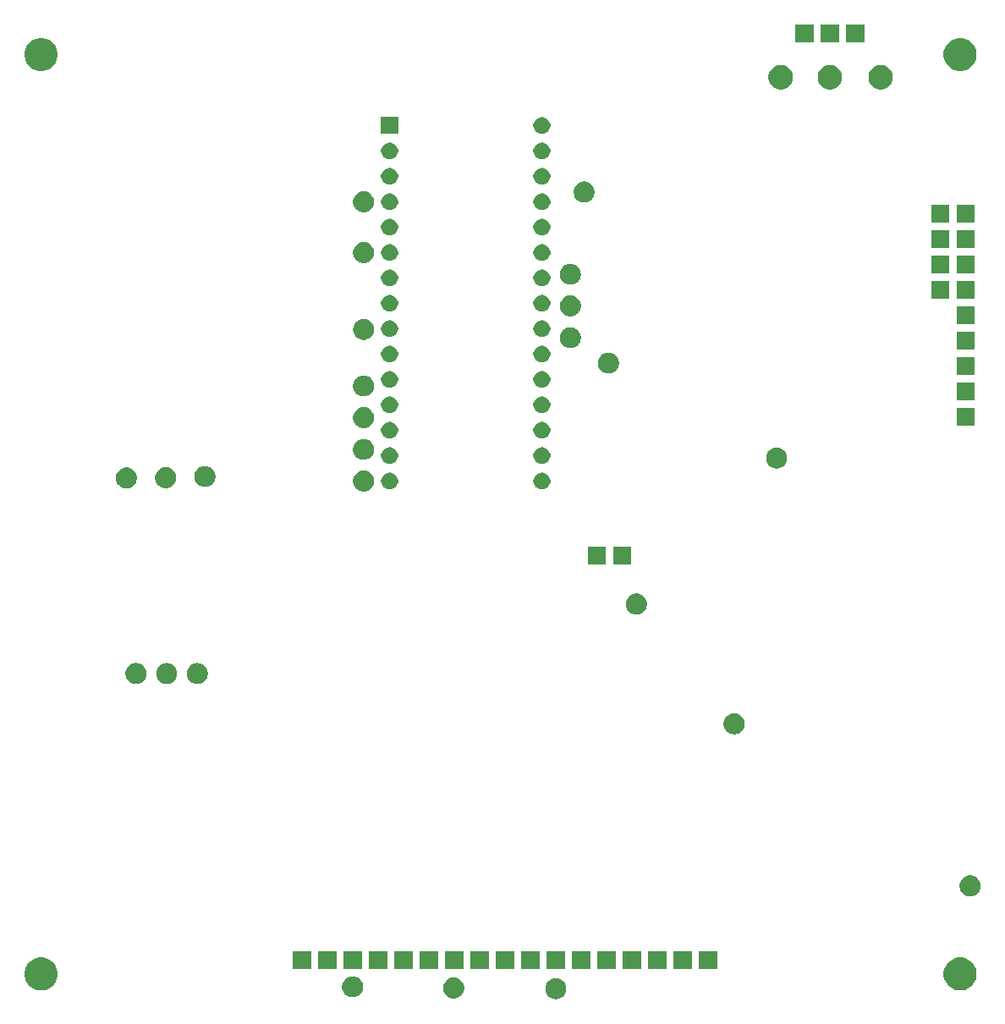
<source format=gbr>
G04 #@! TF.GenerationSoftware,KiCad,Pcbnew,(5.1.5)-3*
G04 #@! TF.CreationDate,2021-09-15T23:35:39+03:00*
G04 #@! TF.ProjectId,PowerPCB,506f7765-7250-4434-922e-6b696361645f,3 Under Design*
G04 #@! TF.SameCoordinates,PX6dac2c0PY8583b00*
G04 #@! TF.FileFunction,Soldermask,Bot*
G04 #@! TF.FilePolarity,Negative*
%FSLAX46Y46*%
G04 Gerber Fmt 4.6, Leading zero omitted, Abs format (unit mm)*
G04 Created by KiCad (PCBNEW (5.1.5)-3) date 2021-09-15 23:35:39*
%MOMM*%
%LPD*%
G04 APERTURE LIST*
%ADD10C,0.100000*%
G04 APERTURE END LIST*
D10*
G36*
X172714234Y3574844D02*
G01*
X172836068Y3550610D01*
X172966058Y3496766D01*
X173027335Y3471384D01*
X173199473Y3356365D01*
X173345865Y3209973D01*
X173460884Y3037835D01*
X173486266Y2976558D01*
X173540110Y2846568D01*
X173564344Y2724734D01*
X173580500Y2643514D01*
X173580500Y2436486D01*
X173575718Y2412448D01*
X173540110Y2233432D01*
X173487186Y2105665D01*
X173460884Y2042165D01*
X173460883Y2042164D01*
X173345866Y1870028D01*
X173199472Y1723634D01*
X173133420Y1679500D01*
X173027335Y1608616D01*
X172966058Y1583234D01*
X172836068Y1529390D01*
X172714234Y1505156D01*
X172633014Y1489000D01*
X172425986Y1489000D01*
X172344766Y1505156D01*
X172222932Y1529390D01*
X172092942Y1583234D01*
X172031665Y1608616D01*
X171925580Y1679500D01*
X171859528Y1723634D01*
X171713134Y1870028D01*
X171598117Y2042164D01*
X171598116Y2042165D01*
X171571814Y2105665D01*
X171518890Y2233432D01*
X171483282Y2412448D01*
X171478500Y2436486D01*
X171478500Y2643514D01*
X171494656Y2724734D01*
X171518890Y2846568D01*
X171572734Y2976558D01*
X171598116Y3037835D01*
X171713135Y3209973D01*
X171859527Y3356365D01*
X172031665Y3471384D01*
X172092942Y3496766D01*
X172222932Y3550610D01*
X172344766Y3574844D01*
X172425986Y3591000D01*
X172633014Y3591000D01*
X172714234Y3574844D01*
G37*
G36*
X162490734Y3638344D02*
G01*
X162612568Y3614110D01*
X162742558Y3560266D01*
X162803835Y3534884D01*
X162975973Y3419865D01*
X163122365Y3273473D01*
X163237384Y3101335D01*
X163262766Y3040058D01*
X163316610Y2910068D01*
X163357000Y2707012D01*
X163357000Y2499988D01*
X163316610Y2296932D01*
X163262766Y2166942D01*
X163237384Y2105665D01*
X163122365Y1933527D01*
X162975973Y1787135D01*
X162803835Y1672116D01*
X162742558Y1646734D01*
X162612568Y1592890D01*
X162490734Y1568656D01*
X162409514Y1552500D01*
X162202486Y1552500D01*
X162121266Y1568656D01*
X161999432Y1592890D01*
X161869442Y1646734D01*
X161808165Y1672116D01*
X161636027Y1787135D01*
X161489635Y1933527D01*
X161374616Y2105665D01*
X161349234Y2166942D01*
X161295390Y2296932D01*
X161255000Y2499988D01*
X161255000Y2707012D01*
X161295390Y2910068D01*
X161349234Y3040058D01*
X161374616Y3101335D01*
X161489635Y3273473D01*
X161636027Y3419865D01*
X161808165Y3534884D01*
X161869442Y3560266D01*
X161999432Y3614110D01*
X162121266Y3638344D01*
X162202486Y3654500D01*
X162409514Y3654500D01*
X162490734Y3638344D01*
G37*
G36*
X152381534Y3765344D02*
G01*
X152503368Y3741110D01*
X152633358Y3687266D01*
X152694635Y3661884D01*
X152766134Y3614110D01*
X152866772Y3546866D01*
X153013166Y3400472D01*
X153042637Y3356365D01*
X153128184Y3228335D01*
X153135790Y3209972D01*
X153207410Y3037068D01*
X153225216Y2947549D01*
X153245303Y2846568D01*
X153247800Y2834012D01*
X153247800Y2626988D01*
X153207410Y2423932D01*
X153154805Y2296935D01*
X153128184Y2232665D01*
X153013165Y2060527D01*
X152866773Y1914135D01*
X152694635Y1799116D01*
X152633358Y1773734D01*
X152503368Y1719890D01*
X152381534Y1695656D01*
X152300314Y1679500D01*
X152093286Y1679500D01*
X152012066Y1695656D01*
X151890232Y1719890D01*
X151760242Y1773734D01*
X151698965Y1799116D01*
X151526827Y1914135D01*
X151380435Y2060527D01*
X151265416Y2232665D01*
X151238795Y2296935D01*
X151186190Y2423932D01*
X151145800Y2626988D01*
X151145800Y2834012D01*
X151148298Y2846568D01*
X151168384Y2947549D01*
X151186190Y3037068D01*
X151257810Y3209972D01*
X151265416Y3228335D01*
X151350963Y3356365D01*
X151380434Y3400472D01*
X151526828Y3546866D01*
X151627466Y3614110D01*
X151698965Y3661884D01*
X151760242Y3687266D01*
X151890232Y3741110D01*
X152012066Y3765344D01*
X152093286Y3781500D01*
X152300314Y3781500D01*
X152381534Y3765344D01*
G37*
G36*
X121481579Y5587553D02*
G01*
X121782042Y5463097D01*
X122052451Y5282415D01*
X122282415Y5052451D01*
X122463097Y4782042D01*
X122587553Y4481579D01*
X122651000Y4162609D01*
X122651000Y3837391D01*
X122587553Y3518421D01*
X122463097Y3217958D01*
X122282415Y2947549D01*
X122052451Y2717585D01*
X121782042Y2536903D01*
X121481579Y2412447D01*
X121162609Y2349000D01*
X120837391Y2349000D01*
X120518421Y2412447D01*
X120217958Y2536903D01*
X119947549Y2717585D01*
X119717585Y2947549D01*
X119536903Y3217958D01*
X119412447Y3518421D01*
X119349000Y3837391D01*
X119349000Y4162609D01*
X119412447Y4481579D01*
X119536903Y4782042D01*
X119717585Y5052451D01*
X119947549Y5282415D01*
X120217958Y5463097D01*
X120518421Y5587553D01*
X120837391Y5651000D01*
X121162609Y5651000D01*
X121481579Y5587553D01*
G37*
G36*
X213481579Y5587553D02*
G01*
X213782042Y5463097D01*
X214052451Y5282415D01*
X214282415Y5052451D01*
X214463097Y4782042D01*
X214587553Y4481579D01*
X214651000Y4162609D01*
X214651000Y3837391D01*
X214587553Y3518421D01*
X214463097Y3217958D01*
X214282415Y2947549D01*
X214052451Y2717585D01*
X213782042Y2536903D01*
X213481579Y2412447D01*
X213162609Y2349000D01*
X212837391Y2349000D01*
X212518421Y2412447D01*
X212217958Y2536903D01*
X211947549Y2717585D01*
X211717585Y2947549D01*
X211536903Y3217958D01*
X211412447Y3518421D01*
X211349000Y3837391D01*
X211349000Y4162609D01*
X211412447Y4481579D01*
X211536903Y4782042D01*
X211717585Y5052451D01*
X211947549Y5282415D01*
X212217958Y5463097D01*
X212518421Y5587553D01*
X212837391Y5651000D01*
X213162609Y5651000D01*
X213481579Y5587553D01*
G37*
G36*
X150569000Y4479000D02*
G01*
X148767000Y4479000D01*
X148767000Y6281000D01*
X150569000Y6281000D01*
X150569000Y4479000D01*
G37*
G36*
X148029000Y4479000D02*
G01*
X146227000Y4479000D01*
X146227000Y6281000D01*
X148029000Y6281000D01*
X148029000Y4479000D01*
G37*
G36*
X183589000Y4479000D02*
G01*
X181787000Y4479000D01*
X181787000Y6281000D01*
X183589000Y6281000D01*
X183589000Y4479000D01*
G37*
G36*
X165809000Y4479000D02*
G01*
X164007000Y4479000D01*
X164007000Y6281000D01*
X165809000Y6281000D01*
X165809000Y4479000D01*
G37*
G36*
X160729000Y4479000D02*
G01*
X158927000Y4479000D01*
X158927000Y6281000D01*
X160729000Y6281000D01*
X160729000Y4479000D01*
G37*
G36*
X188669000Y4479000D02*
G01*
X186867000Y4479000D01*
X186867000Y6281000D01*
X188669000Y6281000D01*
X188669000Y4479000D01*
G37*
G36*
X155649000Y4479000D02*
G01*
X153847000Y4479000D01*
X153847000Y6281000D01*
X155649000Y6281000D01*
X155649000Y4479000D01*
G37*
G36*
X168349000Y4479000D02*
G01*
X166547000Y4479000D01*
X166547000Y6281000D01*
X168349000Y6281000D01*
X168349000Y4479000D01*
G37*
G36*
X186129000Y4479000D02*
G01*
X184327000Y4479000D01*
X184327000Y6281000D01*
X186129000Y6281000D01*
X186129000Y4479000D01*
G37*
G36*
X163269000Y4479000D02*
G01*
X161467000Y4479000D01*
X161467000Y6281000D01*
X163269000Y6281000D01*
X163269000Y4479000D01*
G37*
G36*
X158189000Y4479000D02*
G01*
X156387000Y4479000D01*
X156387000Y6281000D01*
X158189000Y6281000D01*
X158189000Y4479000D01*
G37*
G36*
X153109000Y4479000D02*
G01*
X151307000Y4479000D01*
X151307000Y6281000D01*
X153109000Y6281000D01*
X153109000Y4479000D01*
G37*
G36*
X181049000Y4479000D02*
G01*
X179247000Y4479000D01*
X179247000Y6281000D01*
X181049000Y6281000D01*
X181049000Y4479000D01*
G37*
G36*
X170889000Y4479000D02*
G01*
X169087000Y4479000D01*
X169087000Y6281000D01*
X170889000Y6281000D01*
X170889000Y4479000D01*
G37*
G36*
X173429000Y4479000D02*
G01*
X171627000Y4479000D01*
X171627000Y6281000D01*
X173429000Y6281000D01*
X173429000Y4479000D01*
G37*
G36*
X175969000Y4479000D02*
G01*
X174167000Y4479000D01*
X174167000Y6281000D01*
X175969000Y6281000D01*
X175969000Y4479000D01*
G37*
G36*
X178509000Y4479000D02*
G01*
X176707000Y4479000D01*
X176707000Y6281000D01*
X178509000Y6281000D01*
X178509000Y4479000D01*
G37*
G36*
X214179734Y13861844D02*
G01*
X214301568Y13837610D01*
X214431558Y13783766D01*
X214492835Y13758384D01*
X214664973Y13643365D01*
X214811365Y13496973D01*
X214926384Y13324835D01*
X214951766Y13263558D01*
X215005610Y13133568D01*
X215046000Y12930512D01*
X215046000Y12723488D01*
X215005610Y12520432D01*
X214951766Y12390442D01*
X214926384Y12329165D01*
X214811365Y12157027D01*
X214664973Y12010635D01*
X214492835Y11895616D01*
X214431558Y11870234D01*
X214301568Y11816390D01*
X214179734Y11792156D01*
X214098514Y11776000D01*
X213891486Y11776000D01*
X213810266Y11792156D01*
X213688432Y11816390D01*
X213558442Y11870234D01*
X213497165Y11895616D01*
X213325027Y12010635D01*
X213178635Y12157027D01*
X213063616Y12329165D01*
X213038234Y12390442D01*
X212984390Y12520432D01*
X212944000Y12723488D01*
X212944000Y12930512D01*
X212984390Y13133568D01*
X213038234Y13263558D01*
X213063616Y13324835D01*
X213178635Y13496973D01*
X213325027Y13643365D01*
X213497165Y13758384D01*
X213558442Y13783766D01*
X213688432Y13837610D01*
X213810266Y13861844D01*
X213891486Y13878000D01*
X214098514Y13878000D01*
X214179734Y13861844D01*
G37*
G36*
X190557734Y30067044D02*
G01*
X190679568Y30042810D01*
X190809558Y29988966D01*
X190870835Y29963584D01*
X191042973Y29848565D01*
X191189365Y29702173D01*
X191304384Y29530035D01*
X191329766Y29468758D01*
X191383610Y29338768D01*
X191424000Y29135712D01*
X191424000Y28928688D01*
X191383610Y28725632D01*
X191329766Y28595642D01*
X191304384Y28534365D01*
X191189365Y28362227D01*
X191042973Y28215835D01*
X190870835Y28100816D01*
X190809558Y28075434D01*
X190679568Y28021590D01*
X190557734Y27997356D01*
X190476514Y27981200D01*
X190269486Y27981200D01*
X190188266Y27997356D01*
X190066432Y28021590D01*
X189936442Y28075434D01*
X189875165Y28100816D01*
X189703027Y28215835D01*
X189556635Y28362227D01*
X189441616Y28534365D01*
X189416234Y28595642D01*
X189362390Y28725632D01*
X189322000Y28928688D01*
X189322000Y29135712D01*
X189362390Y29338768D01*
X189416234Y29468758D01*
X189441616Y29530035D01*
X189556635Y29702173D01*
X189703027Y29848565D01*
X189875165Y29963584D01*
X189936442Y29988966D01*
X190066432Y30042810D01*
X190188266Y30067044D01*
X190269486Y30083200D01*
X190476514Y30083200D01*
X190557734Y30067044D01*
G37*
G36*
X133761434Y35108044D02*
G01*
X133883268Y35083810D01*
X134013258Y35029966D01*
X134074535Y35004584D01*
X134246673Y34889565D01*
X134393065Y34743173D01*
X134508084Y34571035D01*
X134533466Y34509758D01*
X134587310Y34379768D01*
X134627700Y34176712D01*
X134627700Y33969688D01*
X134587310Y33766632D01*
X134533466Y33636642D01*
X134508084Y33575365D01*
X134393065Y33403227D01*
X134246673Y33256835D01*
X134074535Y33141816D01*
X134013258Y33116434D01*
X133883268Y33062590D01*
X133761434Y33038356D01*
X133680214Y33022200D01*
X133473186Y33022200D01*
X133391966Y33038356D01*
X133270132Y33062590D01*
X133140142Y33116434D01*
X133078865Y33141816D01*
X132906727Y33256835D01*
X132760335Y33403227D01*
X132645316Y33575365D01*
X132619934Y33636642D01*
X132566090Y33766632D01*
X132525700Y33969688D01*
X132525700Y34176712D01*
X132566090Y34379768D01*
X132619934Y34509758D01*
X132645316Y34571035D01*
X132760335Y34743173D01*
X132906727Y34889565D01*
X133078865Y35004584D01*
X133140142Y35029966D01*
X133270132Y35083810D01*
X133391966Y35108044D01*
X133473186Y35124200D01*
X133680214Y35124200D01*
X133761434Y35108044D01*
G37*
G36*
X130688034Y35108044D02*
G01*
X130809868Y35083810D01*
X130939858Y35029966D01*
X131001135Y35004584D01*
X131173273Y34889565D01*
X131319665Y34743173D01*
X131434684Y34571035D01*
X131460066Y34509758D01*
X131513910Y34379768D01*
X131554300Y34176712D01*
X131554300Y33969688D01*
X131513910Y33766632D01*
X131460066Y33636642D01*
X131434684Y33575365D01*
X131319665Y33403227D01*
X131173273Y33256835D01*
X131001135Y33141816D01*
X130939858Y33116434D01*
X130809868Y33062590D01*
X130688034Y33038356D01*
X130606814Y33022200D01*
X130399786Y33022200D01*
X130318566Y33038356D01*
X130196732Y33062590D01*
X130066742Y33116434D01*
X130005465Y33141816D01*
X129833327Y33256835D01*
X129686935Y33403227D01*
X129571916Y33575365D01*
X129546534Y33636642D01*
X129492690Y33766632D01*
X129452300Y33969688D01*
X129452300Y34176712D01*
X129492690Y34379768D01*
X129546534Y34509758D01*
X129571916Y34571035D01*
X129686935Y34743173D01*
X129833327Y34889565D01*
X130005465Y35004584D01*
X130066742Y35029966D01*
X130196732Y35083810D01*
X130318566Y35108044D01*
X130399786Y35124200D01*
X130606814Y35124200D01*
X130688034Y35108044D01*
G37*
G36*
X136834834Y35108044D02*
G01*
X136956668Y35083810D01*
X137086658Y35029966D01*
X137147935Y35004584D01*
X137320073Y34889565D01*
X137466465Y34743173D01*
X137581484Y34571035D01*
X137606866Y34509758D01*
X137660710Y34379768D01*
X137701100Y34176712D01*
X137701100Y33969688D01*
X137660710Y33766632D01*
X137606866Y33636642D01*
X137581484Y33575365D01*
X137466465Y33403227D01*
X137320073Y33256835D01*
X137147935Y33141816D01*
X137086658Y33116434D01*
X136956668Y33062590D01*
X136834834Y33038356D01*
X136753614Y33022200D01*
X136546586Y33022200D01*
X136465366Y33038356D01*
X136343532Y33062590D01*
X136213542Y33116434D01*
X136152265Y33141816D01*
X135980127Y33256835D01*
X135833735Y33403227D01*
X135718716Y33575365D01*
X135693334Y33636642D01*
X135639490Y33766632D01*
X135599100Y33969688D01*
X135599100Y34176712D01*
X135639490Y34379768D01*
X135693334Y34509758D01*
X135718716Y34571035D01*
X135833735Y34743173D01*
X135980127Y34889565D01*
X136152265Y35004584D01*
X136213542Y35029966D01*
X136343532Y35083810D01*
X136465366Y35108044D01*
X136546586Y35124200D01*
X136753614Y35124200D01*
X136834834Y35108044D01*
G37*
G36*
X180778734Y42055844D02*
G01*
X180900568Y42031610D01*
X181030558Y41977766D01*
X181091835Y41952384D01*
X181263973Y41837365D01*
X181410365Y41690973D01*
X181525384Y41518835D01*
X181550766Y41457558D01*
X181604610Y41327568D01*
X181645000Y41124512D01*
X181645000Y40917488D01*
X181604610Y40714432D01*
X181550766Y40584442D01*
X181525384Y40523165D01*
X181410365Y40351027D01*
X181263973Y40204635D01*
X181091835Y40089616D01*
X181030558Y40064234D01*
X180900568Y40010390D01*
X180778734Y39986156D01*
X180697514Y39970000D01*
X180490486Y39970000D01*
X180409266Y39986156D01*
X180287432Y40010390D01*
X180157442Y40064234D01*
X180096165Y40089616D01*
X179924027Y40204635D01*
X179777635Y40351027D01*
X179662616Y40523165D01*
X179637234Y40584442D01*
X179583390Y40714432D01*
X179543000Y40917488D01*
X179543000Y41124512D01*
X179583390Y41327568D01*
X179637234Y41457558D01*
X179662616Y41518835D01*
X179777635Y41690973D01*
X179924027Y41837365D01*
X180096165Y41952384D01*
X180157442Y41977766D01*
X180287432Y42031610D01*
X180409266Y42055844D01*
X180490486Y42072000D01*
X180697514Y42072000D01*
X180778734Y42055844D01*
G37*
G36*
X180072600Y44946000D02*
G01*
X178270600Y44946000D01*
X178270600Y46748000D01*
X180072600Y46748000D01*
X180072600Y44946000D01*
G37*
G36*
X177532600Y44946000D02*
G01*
X175730600Y44946000D01*
X175730600Y46748000D01*
X177532600Y46748000D01*
X177532600Y44946000D01*
G37*
G36*
X153474734Y54352744D02*
G01*
X153596568Y54328510D01*
X153726558Y54274666D01*
X153787835Y54249284D01*
X153787836Y54249283D01*
X153959972Y54134266D01*
X154106366Y53987872D01*
X154122271Y53964068D01*
X154221384Y53815735D01*
X154244050Y53761014D01*
X154300610Y53624468D01*
X154341000Y53421412D01*
X154341000Y53214388D01*
X154300610Y53011332D01*
X154246766Y52881342D01*
X154221384Y52820065D01*
X154221383Y52820064D01*
X154112352Y52656886D01*
X154106365Y52647927D01*
X153959973Y52501535D01*
X153787835Y52386516D01*
X153726558Y52361134D01*
X153596568Y52307290D01*
X153474734Y52283056D01*
X153393514Y52266900D01*
X153186486Y52266900D01*
X153105266Y52283056D01*
X152983432Y52307290D01*
X152853442Y52361134D01*
X152792165Y52386516D01*
X152620027Y52501535D01*
X152473635Y52647927D01*
X152467649Y52656886D01*
X152358617Y52820064D01*
X152358616Y52820065D01*
X152333234Y52881342D01*
X152279390Y53011332D01*
X152239000Y53214388D01*
X152239000Y53421412D01*
X152279390Y53624468D01*
X152335950Y53761014D01*
X152358616Y53815735D01*
X152457729Y53964068D01*
X152473634Y53987872D01*
X152620028Y54134266D01*
X152792164Y54249283D01*
X152792165Y54249284D01*
X152853442Y54274666D01*
X152983432Y54328510D01*
X153105266Y54352744D01*
X153186486Y54368900D01*
X153393514Y54368900D01*
X153474734Y54352744D01*
G37*
G36*
X171283081Y54155819D02*
G01*
X171381728Y54136197D01*
X171536600Y54072047D01*
X171675981Y53978915D01*
X171794515Y53860381D01*
X171887647Y53721000D01*
X171951797Y53566128D01*
X171969339Y53477935D01*
X171984500Y53401718D01*
X171984500Y53234082D01*
X171980582Y53214386D01*
X171951797Y53069672D01*
X171887647Y52914800D01*
X171794515Y52775419D01*
X171675981Y52656885D01*
X171536600Y52563753D01*
X171381728Y52499603D01*
X171283081Y52479981D01*
X171217318Y52466900D01*
X171049682Y52466900D01*
X170983919Y52479981D01*
X170885272Y52499603D01*
X170730400Y52563753D01*
X170591019Y52656885D01*
X170472485Y52775419D01*
X170379353Y52914800D01*
X170315203Y53069672D01*
X170286418Y53214386D01*
X170282500Y53234082D01*
X170282500Y53401718D01*
X170297661Y53477935D01*
X170315203Y53566128D01*
X170379353Y53721000D01*
X170472485Y53860381D01*
X170591019Y53978915D01*
X170730400Y54072047D01*
X170885272Y54136197D01*
X170983919Y54155819D01*
X171049682Y54168900D01*
X171217318Y54168900D01*
X171283081Y54155819D01*
G37*
G36*
X156043081Y54155819D02*
G01*
X156141728Y54136197D01*
X156296600Y54072047D01*
X156435981Y53978915D01*
X156554515Y53860381D01*
X156647647Y53721000D01*
X156711797Y53566128D01*
X156729339Y53477935D01*
X156744500Y53401718D01*
X156744500Y53234082D01*
X156740582Y53214386D01*
X156711797Y53069672D01*
X156647647Y52914800D01*
X156554515Y52775419D01*
X156435981Y52656885D01*
X156296600Y52563753D01*
X156141728Y52499603D01*
X156043081Y52479981D01*
X155977318Y52466900D01*
X155809682Y52466900D01*
X155743919Y52479981D01*
X155645272Y52499603D01*
X155490400Y52563753D01*
X155351019Y52656885D01*
X155232485Y52775419D01*
X155139353Y52914800D01*
X155075203Y53069672D01*
X155046418Y53214386D01*
X155042500Y53234082D01*
X155042500Y53401718D01*
X155057661Y53477935D01*
X155075203Y53566128D01*
X155139353Y53721000D01*
X155232485Y53860381D01*
X155351019Y53978915D01*
X155490400Y54072047D01*
X155645272Y54136197D01*
X155743919Y54155819D01*
X155809682Y54168900D01*
X155977318Y54168900D01*
X156043081Y54155819D01*
G37*
G36*
X129740234Y54670744D02*
G01*
X129862068Y54646510D01*
X129972263Y54600865D01*
X130053335Y54567284D01*
X130053336Y54567283D01*
X130222169Y54454473D01*
X130225473Y54452265D01*
X130371865Y54305873D01*
X130486884Y54133735D01*
X130504557Y54091068D01*
X130566110Y53942468D01*
X130606500Y53739412D01*
X130606500Y53532388D01*
X130566110Y53329332D01*
X130518498Y53214388D01*
X130486884Y53138065D01*
X130486883Y53138064D01*
X130371866Y52965928D01*
X130225472Y52819534D01*
X130139404Y52762026D01*
X130053335Y52704516D01*
X129992058Y52679134D01*
X129862068Y52625290D01*
X129767603Y52606500D01*
X129659014Y52584900D01*
X129451986Y52584900D01*
X129343397Y52606500D01*
X129248932Y52625290D01*
X129118942Y52679134D01*
X129057665Y52704516D01*
X128971596Y52762025D01*
X128885528Y52819534D01*
X128739134Y52965928D01*
X128624117Y53138064D01*
X128624116Y53138065D01*
X128592502Y53214388D01*
X128544890Y53329332D01*
X128504500Y53532388D01*
X128504500Y53739412D01*
X128544890Y53942468D01*
X128606443Y54091068D01*
X128624116Y54133735D01*
X128739135Y54305873D01*
X128885527Y54452265D01*
X128888832Y54454473D01*
X129057664Y54567283D01*
X129057665Y54567284D01*
X129138737Y54600865D01*
X129248932Y54646510D01*
X129370766Y54670744D01*
X129451986Y54686900D01*
X129659014Y54686900D01*
X129740234Y54670744D01*
G37*
G36*
X133650307Y54694617D02*
G01*
X133783568Y54668110D01*
X133910843Y54615390D01*
X133974835Y54588884D01*
X134007163Y54567283D01*
X134146972Y54473866D01*
X134293366Y54327472D01*
X134323525Y54282336D01*
X134408384Y54155335D01*
X134417331Y54133735D01*
X134487610Y53964068D01*
X134528000Y53761012D01*
X134528000Y53553988D01*
X134487610Y53350932D01*
X134439209Y53234084D01*
X134408384Y53159665D01*
X134378224Y53114528D01*
X134293366Y52987528D01*
X134146972Y52841134D01*
X134114645Y52819534D01*
X133974835Y52726116D01*
X133913558Y52700734D01*
X133783568Y52646890D01*
X133661734Y52622656D01*
X133580514Y52606500D01*
X133373486Y52606500D01*
X133292266Y52622656D01*
X133170432Y52646890D01*
X133040442Y52700734D01*
X132979165Y52726116D01*
X132839355Y52819534D01*
X132807028Y52841134D01*
X132660634Y52987528D01*
X132575776Y53114528D01*
X132545616Y53159665D01*
X132514791Y53234084D01*
X132466390Y53350932D01*
X132426000Y53553988D01*
X132426000Y53761012D01*
X132466390Y53964068D01*
X132536669Y54133735D01*
X132545616Y54155335D01*
X132630475Y54282336D01*
X132660634Y54327472D01*
X132807028Y54473866D01*
X132946837Y54567283D01*
X132979165Y54588884D01*
X133043157Y54615390D01*
X133170432Y54668110D01*
X133303693Y54694617D01*
X133373486Y54708500D01*
X133580514Y54708500D01*
X133650307Y54694617D01*
G37*
G36*
X137598734Y54819344D02*
G01*
X137720568Y54795110D01*
X137850558Y54741266D01*
X137911835Y54715884D01*
X137983334Y54668110D01*
X138083972Y54600866D01*
X138230366Y54454472D01*
X138287543Y54368900D01*
X138345384Y54282335D01*
X138359074Y54249284D01*
X138424610Y54091068D01*
X138465000Y53888012D01*
X138465000Y53680988D01*
X138424610Y53477932D01*
X138372005Y53350935D01*
X138345384Y53286665D01*
X138345383Y53286664D01*
X138230366Y53114528D01*
X138083972Y52968134D01*
X138004153Y52914801D01*
X137911835Y52853116D01*
X137850558Y52827734D01*
X137720568Y52773890D01*
X137598734Y52749656D01*
X137517514Y52733500D01*
X137310486Y52733500D01*
X137229266Y52749656D01*
X137107432Y52773890D01*
X136977442Y52827734D01*
X136916165Y52853116D01*
X136823847Y52914801D01*
X136744028Y52968134D01*
X136597634Y53114528D01*
X136482617Y53286664D01*
X136482616Y53286665D01*
X136455995Y53350935D01*
X136403390Y53477932D01*
X136363000Y53680988D01*
X136363000Y53888012D01*
X136403390Y54091068D01*
X136468926Y54249284D01*
X136482616Y54282335D01*
X136540457Y54368900D01*
X136597634Y54454472D01*
X136744028Y54600866D01*
X136844666Y54668110D01*
X136916165Y54715884D01*
X136977442Y54741266D01*
X137107432Y54795110D01*
X137229266Y54819344D01*
X137310486Y54835500D01*
X137517514Y54835500D01*
X137598734Y54819344D01*
G37*
G36*
X194812234Y56660844D02*
G01*
X194934068Y56636610D01*
X195064058Y56582766D01*
X195125335Y56557384D01*
X195297473Y56442365D01*
X195443865Y56295973D01*
X195558884Y56123835D01*
X195584266Y56062558D01*
X195638110Y55932568D01*
X195678500Y55729512D01*
X195678500Y55522488D01*
X195638110Y55319432D01*
X195587349Y55196886D01*
X195558884Y55128165D01*
X195443865Y54956027D01*
X195297473Y54809635D01*
X195125335Y54694616D01*
X195064058Y54669234D01*
X194934068Y54615390D01*
X194812234Y54591156D01*
X194731014Y54575000D01*
X194523986Y54575000D01*
X194442766Y54591156D01*
X194320932Y54615390D01*
X194190942Y54669234D01*
X194129665Y54694616D01*
X193957527Y54809635D01*
X193811135Y54956027D01*
X193696116Y55128165D01*
X193667651Y55196886D01*
X193616890Y55319432D01*
X193576500Y55522488D01*
X193576500Y55729512D01*
X193616890Y55932568D01*
X193670734Y56062558D01*
X193696116Y56123835D01*
X193811135Y56295973D01*
X193957527Y56442365D01*
X194129665Y56557384D01*
X194190942Y56582766D01*
X194320932Y56636610D01*
X194442766Y56660844D01*
X194523986Y56677000D01*
X194731014Y56677000D01*
X194812234Y56660844D01*
G37*
G36*
X171283081Y56695819D02*
G01*
X171381728Y56676197D01*
X171536600Y56612047D01*
X171675981Y56518915D01*
X171794515Y56400381D01*
X171887647Y56261000D01*
X171951797Y56106128D01*
X171984500Y55941716D01*
X171984500Y55774084D01*
X171951797Y55609672D01*
X171887647Y55454800D01*
X171794515Y55315419D01*
X171675981Y55196885D01*
X171536600Y55103753D01*
X171381728Y55039603D01*
X171283081Y55019981D01*
X171217318Y55006900D01*
X171049682Y55006900D01*
X170983919Y55019981D01*
X170885272Y55039603D01*
X170730400Y55103753D01*
X170591019Y55196885D01*
X170472485Y55315419D01*
X170379353Y55454800D01*
X170315203Y55609672D01*
X170282500Y55774084D01*
X170282500Y55941716D01*
X170315203Y56106128D01*
X170379353Y56261000D01*
X170472485Y56400381D01*
X170591019Y56518915D01*
X170730400Y56612047D01*
X170885272Y56676197D01*
X170983919Y56695819D01*
X171049682Y56708900D01*
X171217318Y56708900D01*
X171283081Y56695819D01*
G37*
G36*
X156043081Y56695819D02*
G01*
X156141728Y56676197D01*
X156296600Y56612047D01*
X156435981Y56518915D01*
X156554515Y56400381D01*
X156647647Y56261000D01*
X156711797Y56106128D01*
X156744500Y55941716D01*
X156744500Y55774084D01*
X156711797Y55609672D01*
X156647647Y55454800D01*
X156554515Y55315419D01*
X156435981Y55196885D01*
X156296600Y55103753D01*
X156141728Y55039603D01*
X156043081Y55019981D01*
X155977318Y55006900D01*
X155809682Y55006900D01*
X155743919Y55019981D01*
X155645272Y55039603D01*
X155490400Y55103753D01*
X155351019Y55196885D01*
X155232485Y55315419D01*
X155139353Y55454800D01*
X155075203Y55609672D01*
X155042500Y55774084D01*
X155042500Y55941716D01*
X155075203Y56106128D01*
X155139353Y56261000D01*
X155232485Y56400381D01*
X155351019Y56518915D01*
X155490400Y56612047D01*
X155645272Y56676197D01*
X155743919Y56695819D01*
X155809682Y56708900D01*
X155977318Y56708900D01*
X156043081Y56695819D01*
G37*
G36*
X153474734Y57527744D02*
G01*
X153596568Y57503510D01*
X153726558Y57449666D01*
X153787835Y57424284D01*
X153959973Y57309265D01*
X154106365Y57162873D01*
X154221384Y56990735D01*
X154246766Y56929458D01*
X154300610Y56799468D01*
X154318625Y56708900D01*
X154337891Y56612046D01*
X154341000Y56596412D01*
X154341000Y56389388D01*
X154300610Y56186332D01*
X154246766Y56056342D01*
X154221384Y55995065D01*
X154106365Y55822927D01*
X153959973Y55676535D01*
X153787835Y55561516D01*
X153726558Y55536134D01*
X153596568Y55482290D01*
X153474734Y55458056D01*
X153393514Y55441900D01*
X153186486Y55441900D01*
X153105266Y55458056D01*
X152983432Y55482290D01*
X152853442Y55536134D01*
X152792165Y55561516D01*
X152620027Y55676535D01*
X152473635Y55822927D01*
X152358616Y55995065D01*
X152333234Y56056342D01*
X152279390Y56186332D01*
X152239000Y56389388D01*
X152239000Y56596412D01*
X152242110Y56612046D01*
X152261375Y56708900D01*
X152279390Y56799468D01*
X152333234Y56929458D01*
X152358616Y56990735D01*
X152473635Y57162873D01*
X152620027Y57309265D01*
X152792165Y57424284D01*
X152853442Y57449666D01*
X152983432Y57503510D01*
X153105266Y57527744D01*
X153186486Y57543900D01*
X153393514Y57543900D01*
X153474734Y57527744D01*
G37*
G36*
X171283081Y59235819D02*
G01*
X171381728Y59216197D01*
X171536600Y59152047D01*
X171675981Y59058915D01*
X171794515Y58940381D01*
X171887647Y58801000D01*
X171951797Y58646128D01*
X171984500Y58481716D01*
X171984500Y58314084D01*
X171951797Y58149672D01*
X171887647Y57994800D01*
X171794515Y57855419D01*
X171675981Y57736885D01*
X171536600Y57643753D01*
X171381728Y57579603D01*
X171283081Y57559981D01*
X171217318Y57546900D01*
X171049682Y57546900D01*
X170983919Y57559981D01*
X170885272Y57579603D01*
X170730400Y57643753D01*
X170591019Y57736885D01*
X170472485Y57855419D01*
X170379353Y57994800D01*
X170315203Y58149672D01*
X170282500Y58314084D01*
X170282500Y58481716D01*
X170315203Y58646128D01*
X170379353Y58801000D01*
X170472485Y58940381D01*
X170591019Y59058915D01*
X170730400Y59152047D01*
X170885272Y59216197D01*
X170983919Y59235819D01*
X171049682Y59248900D01*
X171217318Y59248900D01*
X171283081Y59235819D01*
G37*
G36*
X156043081Y59235819D02*
G01*
X156141728Y59216197D01*
X156296600Y59152047D01*
X156435981Y59058915D01*
X156554515Y58940381D01*
X156647647Y58801000D01*
X156711797Y58646128D01*
X156744500Y58481716D01*
X156744500Y58314084D01*
X156711797Y58149672D01*
X156647647Y57994800D01*
X156554515Y57855419D01*
X156435981Y57736885D01*
X156296600Y57643753D01*
X156141728Y57579603D01*
X156043081Y57559981D01*
X155977318Y57546900D01*
X155809682Y57546900D01*
X155743919Y57559981D01*
X155645272Y57579603D01*
X155490400Y57643753D01*
X155351019Y57736885D01*
X155232485Y57855419D01*
X155139353Y57994800D01*
X155075203Y58149672D01*
X155042500Y58314084D01*
X155042500Y58481716D01*
X155075203Y58646128D01*
X155139353Y58801000D01*
X155232485Y58940381D01*
X155351019Y59058915D01*
X155490400Y59152047D01*
X155645272Y59216197D01*
X155743919Y59235819D01*
X155809682Y59248900D01*
X155977318Y59248900D01*
X156043081Y59235819D01*
G37*
G36*
X153474734Y60702744D02*
G01*
X153596568Y60678510D01*
X153726558Y60624666D01*
X153787835Y60599284D01*
X153959973Y60484265D01*
X154106365Y60337873D01*
X154221384Y60165735D01*
X154240492Y60119603D01*
X154300610Y59974468D01*
X154341000Y59771412D01*
X154341000Y59564388D01*
X154300610Y59361332D01*
X154254038Y59248900D01*
X154221384Y59170065D01*
X154106365Y58997927D01*
X153959973Y58851535D01*
X153787835Y58736516D01*
X153726558Y58711134D01*
X153596568Y58657290D01*
X153474734Y58633056D01*
X153393514Y58616900D01*
X153186486Y58616900D01*
X153105266Y58633056D01*
X152983432Y58657290D01*
X152853442Y58711134D01*
X152792165Y58736516D01*
X152620027Y58851535D01*
X152473635Y58997927D01*
X152358616Y59170065D01*
X152325962Y59248900D01*
X152279390Y59361332D01*
X152239000Y59564388D01*
X152239000Y59771412D01*
X152279390Y59974468D01*
X152339508Y60119603D01*
X152358616Y60165735D01*
X152473635Y60337873D01*
X152620027Y60484265D01*
X152792165Y60599284D01*
X152853442Y60624666D01*
X152983432Y60678510D01*
X153105266Y60702744D01*
X153186486Y60718900D01*
X153393514Y60718900D01*
X153474734Y60702744D01*
G37*
G36*
X214451500Y58852500D02*
G01*
X212649500Y58852500D01*
X212649500Y60654500D01*
X214451500Y60654500D01*
X214451500Y58852500D01*
G37*
G36*
X156043081Y61775819D02*
G01*
X156141728Y61756197D01*
X156296600Y61692047D01*
X156435981Y61598915D01*
X156554515Y61480381D01*
X156647647Y61341000D01*
X156711797Y61186128D01*
X156744500Y61021716D01*
X156744500Y60854084D01*
X156711797Y60689672D01*
X156647647Y60534800D01*
X156554515Y60395419D01*
X156435981Y60276885D01*
X156296600Y60183753D01*
X156141728Y60119603D01*
X156043081Y60099981D01*
X155977318Y60086900D01*
X155809682Y60086900D01*
X155743919Y60099981D01*
X155645272Y60119603D01*
X155490400Y60183753D01*
X155351019Y60276885D01*
X155232485Y60395419D01*
X155139353Y60534800D01*
X155075203Y60689672D01*
X155042500Y60854084D01*
X155042500Y61021716D01*
X155075203Y61186128D01*
X155139353Y61341000D01*
X155232485Y61480381D01*
X155351019Y61598915D01*
X155490400Y61692047D01*
X155645272Y61756197D01*
X155743919Y61775819D01*
X155809682Y61788900D01*
X155977318Y61788900D01*
X156043081Y61775819D01*
G37*
G36*
X171283081Y61775819D02*
G01*
X171381728Y61756197D01*
X171536600Y61692047D01*
X171675981Y61598915D01*
X171794515Y61480381D01*
X171887647Y61341000D01*
X171951797Y61186128D01*
X171984500Y61021716D01*
X171984500Y60854084D01*
X171951797Y60689672D01*
X171887647Y60534800D01*
X171794515Y60395419D01*
X171675981Y60276885D01*
X171536600Y60183753D01*
X171381728Y60119603D01*
X171283081Y60099981D01*
X171217318Y60086900D01*
X171049682Y60086900D01*
X170983919Y60099981D01*
X170885272Y60119603D01*
X170730400Y60183753D01*
X170591019Y60276885D01*
X170472485Y60395419D01*
X170379353Y60534800D01*
X170315203Y60689672D01*
X170282500Y60854084D01*
X170282500Y61021716D01*
X170315203Y61186128D01*
X170379353Y61341000D01*
X170472485Y61480381D01*
X170591019Y61598915D01*
X170730400Y61692047D01*
X170885272Y61756197D01*
X170983919Y61775819D01*
X171049682Y61788900D01*
X171217318Y61788900D01*
X171283081Y61775819D01*
G37*
G36*
X214451500Y61392500D02*
G01*
X212649500Y61392500D01*
X212649500Y63194500D01*
X214451500Y63194500D01*
X214451500Y61392500D01*
G37*
G36*
X153474734Y63877744D02*
G01*
X153596568Y63853510D01*
X153726558Y63799666D01*
X153787835Y63774284D01*
X153959973Y63659265D01*
X154106365Y63512873D01*
X154221384Y63340735D01*
X154246766Y63279458D01*
X154300610Y63149468D01*
X154315462Y63074801D01*
X154341000Y62946414D01*
X154341000Y62739386D01*
X154337890Y62723753D01*
X154300610Y62536332D01*
X154246766Y62406342D01*
X154221384Y62345065D01*
X154106365Y62172927D01*
X153959973Y62026535D01*
X153787835Y61911516D01*
X153726558Y61886134D01*
X153596568Y61832290D01*
X153474734Y61808056D01*
X153393514Y61791900D01*
X153186486Y61791900D01*
X153105266Y61808056D01*
X152983432Y61832290D01*
X152853442Y61886134D01*
X152792165Y61911516D01*
X152620027Y62026535D01*
X152473635Y62172927D01*
X152358616Y62345065D01*
X152333234Y62406342D01*
X152279390Y62536332D01*
X152242110Y62723753D01*
X152239000Y62739386D01*
X152239000Y62946414D01*
X152264538Y63074801D01*
X152279390Y63149468D01*
X152333234Y63279458D01*
X152358616Y63340735D01*
X152473635Y63512873D01*
X152620027Y63659265D01*
X152792165Y63774284D01*
X152853442Y63799666D01*
X152983432Y63853510D01*
X153105266Y63877744D01*
X153186486Y63893900D01*
X153393514Y63893900D01*
X153474734Y63877744D01*
G37*
G36*
X171283081Y64315819D02*
G01*
X171381728Y64296197D01*
X171536600Y64232047D01*
X171675981Y64138915D01*
X171794515Y64020381D01*
X171887647Y63881000D01*
X171951797Y63726128D01*
X171984500Y63561716D01*
X171984500Y63394084D01*
X171951797Y63229672D01*
X171887647Y63074800D01*
X171794515Y62935419D01*
X171675981Y62816885D01*
X171536600Y62723753D01*
X171381728Y62659603D01*
X171283081Y62639981D01*
X171217318Y62626900D01*
X171049682Y62626900D01*
X170983919Y62639981D01*
X170885272Y62659603D01*
X170730400Y62723753D01*
X170591019Y62816885D01*
X170472485Y62935419D01*
X170379353Y63074800D01*
X170315203Y63229672D01*
X170282500Y63394084D01*
X170282500Y63561716D01*
X170315203Y63726128D01*
X170379353Y63881000D01*
X170472485Y64020381D01*
X170591019Y64138915D01*
X170730400Y64232047D01*
X170885272Y64296197D01*
X170983919Y64315819D01*
X171049682Y64328900D01*
X171217318Y64328900D01*
X171283081Y64315819D01*
G37*
G36*
X156043081Y64315819D02*
G01*
X156141728Y64296197D01*
X156296600Y64232047D01*
X156435981Y64138915D01*
X156554515Y64020381D01*
X156647647Y63881000D01*
X156711797Y63726128D01*
X156744500Y63561716D01*
X156744500Y63394084D01*
X156711797Y63229672D01*
X156647647Y63074800D01*
X156554515Y62935419D01*
X156435981Y62816885D01*
X156296600Y62723753D01*
X156141728Y62659603D01*
X156043081Y62639981D01*
X155977318Y62626900D01*
X155809682Y62626900D01*
X155743919Y62639981D01*
X155645272Y62659603D01*
X155490400Y62723753D01*
X155351019Y62816885D01*
X155232485Y62935419D01*
X155139353Y63074800D01*
X155075203Y63229672D01*
X155042500Y63394084D01*
X155042500Y63561716D01*
X155075203Y63726128D01*
X155139353Y63881000D01*
X155232485Y64020381D01*
X155351019Y64138915D01*
X155490400Y64232047D01*
X155645272Y64296197D01*
X155743919Y64315819D01*
X155809682Y64328900D01*
X155977318Y64328900D01*
X156043081Y64315819D01*
G37*
G36*
X214451500Y63932500D02*
G01*
X212649500Y63932500D01*
X212649500Y65734500D01*
X214451500Y65734500D01*
X214451500Y63932500D01*
G37*
G36*
X177985734Y66151044D02*
G01*
X178107568Y66126810D01*
X178237558Y66072966D01*
X178298835Y66047584D01*
X178470973Y65932565D01*
X178617365Y65786173D01*
X178732384Y65614035D01*
X178757766Y65552758D01*
X178811610Y65422768D01*
X178852000Y65219712D01*
X178852000Y65012688D01*
X178811610Y64809632D01*
X178757766Y64679642D01*
X178732384Y64618365D01*
X178732383Y64618364D01*
X178617366Y64446228D01*
X178470972Y64299834D01*
X178384904Y64242326D01*
X178298835Y64184816D01*
X178237558Y64159434D01*
X178107568Y64105590D01*
X177985734Y64081356D01*
X177904514Y64065200D01*
X177697486Y64065200D01*
X177616266Y64081356D01*
X177494432Y64105590D01*
X177364442Y64159434D01*
X177303165Y64184816D01*
X177217096Y64242326D01*
X177131028Y64299834D01*
X176984634Y64446228D01*
X176869617Y64618364D01*
X176869616Y64618365D01*
X176844234Y64679642D01*
X176790390Y64809632D01*
X176750000Y65012688D01*
X176750000Y65219712D01*
X176790390Y65422768D01*
X176844234Y65552758D01*
X176869616Y65614035D01*
X176984635Y65786173D01*
X177131027Y65932565D01*
X177303165Y66047584D01*
X177364442Y66072966D01*
X177494432Y66126810D01*
X177616266Y66151044D01*
X177697486Y66167200D01*
X177904514Y66167200D01*
X177985734Y66151044D01*
G37*
G36*
X156043081Y66855819D02*
G01*
X156141728Y66836197D01*
X156296600Y66772047D01*
X156435981Y66678915D01*
X156554515Y66560381D01*
X156647647Y66421000D01*
X156711797Y66266128D01*
X156744500Y66101716D01*
X156744500Y65934084D01*
X156711797Y65769672D01*
X156647647Y65614800D01*
X156554515Y65475419D01*
X156435981Y65356885D01*
X156296600Y65263753D01*
X156141728Y65199603D01*
X156043081Y65179981D01*
X155977318Y65166900D01*
X155809682Y65166900D01*
X155743919Y65179981D01*
X155645272Y65199603D01*
X155490400Y65263753D01*
X155351019Y65356885D01*
X155232485Y65475419D01*
X155139353Y65614800D01*
X155075203Y65769672D01*
X155042500Y65934084D01*
X155042500Y66101716D01*
X155075203Y66266128D01*
X155139353Y66421000D01*
X155232485Y66560381D01*
X155351019Y66678915D01*
X155490400Y66772047D01*
X155645272Y66836197D01*
X155743919Y66855819D01*
X155809682Y66868900D01*
X155977318Y66868900D01*
X156043081Y66855819D01*
G37*
G36*
X171283081Y66855819D02*
G01*
X171381728Y66836197D01*
X171536600Y66772047D01*
X171675981Y66678915D01*
X171794515Y66560381D01*
X171887647Y66421000D01*
X171951797Y66266128D01*
X171984500Y66101716D01*
X171984500Y65934084D01*
X171951797Y65769672D01*
X171887647Y65614800D01*
X171794515Y65475419D01*
X171675981Y65356885D01*
X171536600Y65263753D01*
X171381728Y65199603D01*
X171283081Y65179981D01*
X171217318Y65166900D01*
X171049682Y65166900D01*
X170983919Y65179981D01*
X170885272Y65199603D01*
X170730400Y65263753D01*
X170591019Y65356885D01*
X170472485Y65475419D01*
X170379353Y65614800D01*
X170315203Y65769672D01*
X170282500Y65934084D01*
X170282500Y66101716D01*
X170315203Y66266128D01*
X170379353Y66421000D01*
X170472485Y66560381D01*
X170591019Y66678915D01*
X170730400Y66772047D01*
X170885272Y66836197D01*
X170983919Y66855819D01*
X171049682Y66868900D01*
X171217318Y66868900D01*
X171283081Y66855819D01*
G37*
G36*
X214451500Y66472500D02*
G01*
X212649500Y66472500D01*
X212649500Y68274500D01*
X214451500Y68274500D01*
X214451500Y66472500D01*
G37*
G36*
X174175734Y68703744D02*
G01*
X174297568Y68679510D01*
X174388809Y68641716D01*
X174488835Y68600284D01*
X174574904Y68542774D01*
X174660972Y68485266D01*
X174807366Y68338872D01*
X174850378Y68274500D01*
X174922384Y68166735D01*
X174947766Y68105458D01*
X175001610Y67975468D01*
X175017241Y67896886D01*
X175042000Y67772414D01*
X175042000Y67565386D01*
X175025844Y67484166D01*
X175001610Y67362332D01*
X174947766Y67232342D01*
X174922384Y67171065D01*
X174922383Y67171064D01*
X174807366Y66998928D01*
X174660972Y66852534D01*
X174574904Y66795025D01*
X174488835Y66737516D01*
X174427558Y66712134D01*
X174297568Y66658290D01*
X174175734Y66634056D01*
X174094514Y66617900D01*
X173887486Y66617900D01*
X173806266Y66634056D01*
X173684432Y66658290D01*
X173554442Y66712134D01*
X173493165Y66737516D01*
X173407096Y66795025D01*
X173321028Y66852534D01*
X173174634Y66998928D01*
X173059617Y67171064D01*
X173059616Y67171065D01*
X173034234Y67232342D01*
X172980390Y67362332D01*
X172956156Y67484166D01*
X172940000Y67565386D01*
X172940000Y67772414D01*
X172964759Y67896886D01*
X172980390Y67975468D01*
X173034234Y68105458D01*
X173059616Y68166735D01*
X173131622Y68274500D01*
X173174634Y68338872D01*
X173321028Y68485266D01*
X173407096Y68542774D01*
X173493165Y68600284D01*
X173593191Y68641716D01*
X173684432Y68679510D01*
X173806266Y68703744D01*
X173887486Y68719900D01*
X174094514Y68719900D01*
X174175734Y68703744D01*
G37*
G36*
X153474734Y69529244D02*
G01*
X153596568Y69505010D01*
X153726558Y69451166D01*
X153787835Y69425784D01*
X153862047Y69376197D01*
X153958055Y69312047D01*
X153959973Y69310765D01*
X154106365Y69164373D01*
X154221384Y68992235D01*
X154234322Y68961000D01*
X154300610Y68800968D01*
X154316735Y68719900D01*
X154341000Y68597914D01*
X154341000Y68390886D01*
X154324846Y68309675D01*
X154300610Y68187832D01*
X154286927Y68154800D01*
X154221384Y67996565D01*
X154106365Y67824427D01*
X153959973Y67678035D01*
X153787835Y67563016D01*
X153726558Y67537634D01*
X153596568Y67483790D01*
X153474734Y67459556D01*
X153393514Y67443400D01*
X153186486Y67443400D01*
X153105266Y67459556D01*
X152983432Y67483790D01*
X152853442Y67537634D01*
X152792165Y67563016D01*
X152620027Y67678035D01*
X152473635Y67824427D01*
X152358616Y67996565D01*
X152293073Y68154800D01*
X152279390Y68187832D01*
X152255154Y68309675D01*
X152239000Y68390886D01*
X152239000Y68597914D01*
X152263265Y68719900D01*
X152279390Y68800968D01*
X152345678Y68961000D01*
X152358616Y68992235D01*
X152473635Y69164373D01*
X152620027Y69310765D01*
X152621946Y69312047D01*
X152717953Y69376197D01*
X152792165Y69425784D01*
X152853442Y69451166D01*
X152983432Y69505010D01*
X153105266Y69529244D01*
X153186486Y69545400D01*
X153393514Y69545400D01*
X153474734Y69529244D01*
G37*
G36*
X171283081Y69395819D02*
G01*
X171381728Y69376197D01*
X171536600Y69312047D01*
X171675981Y69218915D01*
X171794515Y69100381D01*
X171887647Y68961000D01*
X171951797Y68806128D01*
X171971419Y68707481D01*
X171976983Y68679510D01*
X171984500Y68641716D01*
X171984500Y68474084D01*
X171951797Y68309672D01*
X171887647Y68154800D01*
X171794515Y68015419D01*
X171675981Y67896885D01*
X171536600Y67803753D01*
X171381728Y67739603D01*
X171283081Y67719981D01*
X171217318Y67706900D01*
X171049682Y67706900D01*
X170983919Y67719981D01*
X170885272Y67739603D01*
X170730400Y67803753D01*
X170591019Y67896885D01*
X170472485Y68015419D01*
X170379353Y68154800D01*
X170315203Y68309672D01*
X170282500Y68474084D01*
X170282500Y68641716D01*
X170290018Y68679510D01*
X170295581Y68707481D01*
X170315203Y68806128D01*
X170379353Y68961000D01*
X170472485Y69100381D01*
X170591019Y69218915D01*
X170730400Y69312047D01*
X170885272Y69376197D01*
X170983919Y69395819D01*
X171049682Y69408900D01*
X171217318Y69408900D01*
X171283081Y69395819D01*
G37*
G36*
X156043081Y69395819D02*
G01*
X156141728Y69376197D01*
X156296600Y69312047D01*
X156435981Y69218915D01*
X156554515Y69100381D01*
X156647647Y68961000D01*
X156711797Y68806128D01*
X156731419Y68707481D01*
X156736983Y68679510D01*
X156744500Y68641716D01*
X156744500Y68474084D01*
X156711797Y68309672D01*
X156647647Y68154800D01*
X156554515Y68015419D01*
X156435981Y67896885D01*
X156296600Y67803753D01*
X156141728Y67739603D01*
X156043081Y67719981D01*
X155977318Y67706900D01*
X155809682Y67706900D01*
X155743919Y67719981D01*
X155645272Y67739603D01*
X155490400Y67803753D01*
X155351019Y67896885D01*
X155232485Y68015419D01*
X155139353Y68154800D01*
X155075203Y68309672D01*
X155042500Y68474084D01*
X155042500Y68641716D01*
X155050018Y68679510D01*
X155055581Y68707481D01*
X155075203Y68806128D01*
X155139353Y68961000D01*
X155232485Y69100381D01*
X155351019Y69218915D01*
X155490400Y69312047D01*
X155645272Y69376197D01*
X155743919Y69395819D01*
X155809682Y69408900D01*
X155977318Y69408900D01*
X156043081Y69395819D01*
G37*
G36*
X214451500Y69012500D02*
G01*
X212649500Y69012500D01*
X212649500Y70814500D01*
X214451500Y70814500D01*
X214451500Y69012500D01*
G37*
G36*
X174175734Y71878744D02*
G01*
X174297568Y71854510D01*
X174427558Y71800666D01*
X174488835Y71775284D01*
X174488836Y71775283D01*
X174660972Y71660266D01*
X174807366Y71513872D01*
X174815967Y71500999D01*
X174922384Y71341735D01*
X174947766Y71280458D01*
X175001610Y71150468D01*
X175042000Y70947412D01*
X175042000Y70740388D01*
X175001610Y70537332D01*
X174960003Y70436886D01*
X174922384Y70346065D01*
X174807365Y70173927D01*
X174660973Y70027535D01*
X174488835Y69912516D01*
X174427558Y69887134D01*
X174297568Y69833290D01*
X174175734Y69809056D01*
X174094514Y69792900D01*
X173887486Y69792900D01*
X173806266Y69809056D01*
X173684432Y69833290D01*
X173554442Y69887134D01*
X173493165Y69912516D01*
X173321027Y70027535D01*
X173174635Y70173927D01*
X173059616Y70346065D01*
X173021997Y70436886D01*
X172980390Y70537332D01*
X172940000Y70740388D01*
X172940000Y70947412D01*
X172980390Y71150468D01*
X173034234Y71280458D01*
X173059616Y71341735D01*
X173166033Y71500999D01*
X173174634Y71513872D01*
X173321028Y71660266D01*
X173493164Y71775283D01*
X173493165Y71775284D01*
X173554442Y71800666D01*
X173684432Y71854510D01*
X173806266Y71878744D01*
X173887486Y71894900D01*
X174094514Y71894900D01*
X174175734Y71878744D01*
G37*
G36*
X171283081Y71935819D02*
G01*
X171381728Y71916197D01*
X171536600Y71852047D01*
X171675981Y71758915D01*
X171794515Y71640381D01*
X171887647Y71501000D01*
X171951797Y71346128D01*
X171984500Y71181716D01*
X171984500Y71014084D01*
X171951797Y70849672D01*
X171887647Y70694800D01*
X171794515Y70555419D01*
X171675981Y70436885D01*
X171536600Y70343753D01*
X171381728Y70279603D01*
X171283081Y70259981D01*
X171217318Y70246900D01*
X171049682Y70246900D01*
X170983919Y70259981D01*
X170885272Y70279603D01*
X170730400Y70343753D01*
X170591019Y70436885D01*
X170472485Y70555419D01*
X170379353Y70694800D01*
X170315203Y70849672D01*
X170282500Y71014084D01*
X170282500Y71181716D01*
X170315203Y71346128D01*
X170379353Y71501000D01*
X170472485Y71640381D01*
X170591019Y71758915D01*
X170730400Y71852047D01*
X170885272Y71916197D01*
X170983919Y71935819D01*
X171049682Y71948900D01*
X171217318Y71948900D01*
X171283081Y71935819D01*
G37*
G36*
X156043081Y71935819D02*
G01*
X156141728Y71916197D01*
X156296600Y71852047D01*
X156435981Y71758915D01*
X156554515Y71640381D01*
X156647647Y71501000D01*
X156711797Y71346128D01*
X156744500Y71181716D01*
X156744500Y71014084D01*
X156711797Y70849672D01*
X156647647Y70694800D01*
X156554515Y70555419D01*
X156435981Y70436885D01*
X156296600Y70343753D01*
X156141728Y70279603D01*
X156043081Y70259981D01*
X155977318Y70246900D01*
X155809682Y70246900D01*
X155743919Y70259981D01*
X155645272Y70279603D01*
X155490400Y70343753D01*
X155351019Y70436885D01*
X155232485Y70555419D01*
X155139353Y70694800D01*
X155075203Y70849672D01*
X155042500Y71014084D01*
X155042500Y71181716D01*
X155075203Y71346128D01*
X155139353Y71501000D01*
X155232485Y71640381D01*
X155351019Y71758915D01*
X155490400Y71852047D01*
X155645272Y71916197D01*
X155743919Y71935819D01*
X155809682Y71948900D01*
X155977318Y71948900D01*
X156043081Y71935819D01*
G37*
G36*
X211911500Y71552500D02*
G01*
X210109500Y71552500D01*
X210109500Y73354500D01*
X211911500Y73354500D01*
X211911500Y71552500D01*
G37*
G36*
X214451500Y71552500D02*
G01*
X212649500Y71552500D01*
X212649500Y73354500D01*
X214451500Y73354500D01*
X214451500Y71552500D01*
G37*
G36*
X171283081Y74475819D02*
G01*
X171381728Y74456197D01*
X171536600Y74392047D01*
X171675981Y74298915D01*
X171794515Y74180381D01*
X171887647Y74041000D01*
X171951797Y73886128D01*
X171984500Y73721716D01*
X171984500Y73554084D01*
X171951797Y73389672D01*
X171887647Y73234800D01*
X171794515Y73095419D01*
X171675981Y72976885D01*
X171536600Y72883753D01*
X171381728Y72819603D01*
X171283081Y72799981D01*
X171217318Y72786900D01*
X171049682Y72786900D01*
X170983919Y72799981D01*
X170885272Y72819603D01*
X170730400Y72883753D01*
X170591019Y72976885D01*
X170472485Y73095419D01*
X170379353Y73234800D01*
X170315203Y73389672D01*
X170282500Y73554084D01*
X170282500Y73721716D01*
X170315203Y73886128D01*
X170379353Y74041000D01*
X170472485Y74180381D01*
X170591019Y74298915D01*
X170730400Y74392047D01*
X170885272Y74456197D01*
X170983919Y74475819D01*
X171049682Y74488900D01*
X171217318Y74488900D01*
X171283081Y74475819D01*
G37*
G36*
X156043081Y74475819D02*
G01*
X156141728Y74456197D01*
X156296600Y74392047D01*
X156435981Y74298915D01*
X156554515Y74180381D01*
X156647647Y74041000D01*
X156711797Y73886128D01*
X156744500Y73721716D01*
X156744500Y73554084D01*
X156711797Y73389672D01*
X156647647Y73234800D01*
X156554515Y73095419D01*
X156435981Y72976885D01*
X156296600Y72883753D01*
X156141728Y72819603D01*
X156043081Y72799981D01*
X155977318Y72786900D01*
X155809682Y72786900D01*
X155743919Y72799981D01*
X155645272Y72819603D01*
X155490400Y72883753D01*
X155351019Y72976885D01*
X155232485Y73095419D01*
X155139353Y73234800D01*
X155075203Y73389672D01*
X155042500Y73554084D01*
X155042500Y73721716D01*
X155075203Y73886128D01*
X155139353Y74041000D01*
X155232485Y74180381D01*
X155351019Y74298915D01*
X155490400Y74392047D01*
X155645272Y74456197D01*
X155743919Y74475819D01*
X155809682Y74488900D01*
X155977318Y74488900D01*
X156043081Y74475819D01*
G37*
G36*
X174175734Y75053744D02*
G01*
X174297568Y75029510D01*
X174427558Y74975666D01*
X174488835Y74950284D01*
X174660973Y74835265D01*
X174807365Y74688873D01*
X174922384Y74516735D01*
X174947459Y74456197D01*
X175001610Y74325468D01*
X175025844Y74203634D01*
X175042000Y74122414D01*
X175042000Y73915386D01*
X175025844Y73834166D01*
X175001610Y73712332D01*
X174947766Y73582342D01*
X174922384Y73521065D01*
X174807365Y73348927D01*
X174660973Y73202535D01*
X174488835Y73087516D01*
X174427558Y73062134D01*
X174297568Y73008290D01*
X174175734Y72984056D01*
X174094514Y72967900D01*
X173887486Y72967900D01*
X173806266Y72984056D01*
X173684432Y73008290D01*
X173554442Y73062134D01*
X173493165Y73087516D01*
X173321027Y73202535D01*
X173174635Y73348927D01*
X173059616Y73521065D01*
X173034234Y73582342D01*
X172980390Y73712332D01*
X172956156Y73834166D01*
X172940000Y73915386D01*
X172940000Y74122414D01*
X172956156Y74203634D01*
X172980390Y74325468D01*
X173034541Y74456197D01*
X173059616Y74516735D01*
X173174635Y74688873D01*
X173321027Y74835265D01*
X173493165Y74950284D01*
X173554442Y74975666D01*
X173684432Y75029510D01*
X173806266Y75053744D01*
X173887486Y75069900D01*
X174094514Y75069900D01*
X174175734Y75053744D01*
G37*
G36*
X214451500Y74092500D02*
G01*
X212649500Y74092500D01*
X212649500Y75894500D01*
X214451500Y75894500D01*
X214451500Y74092500D01*
G37*
G36*
X211911500Y74092500D02*
G01*
X210109500Y74092500D01*
X210109500Y75894500D01*
X211911500Y75894500D01*
X211911500Y74092500D01*
G37*
G36*
X153474734Y77212744D02*
G01*
X153596568Y77188510D01*
X153726558Y77134666D01*
X153787835Y77109284D01*
X153787836Y77109283D01*
X153959972Y76994266D01*
X154106366Y76847872D01*
X154163875Y76761804D01*
X154221384Y76675735D01*
X154239292Y76632500D01*
X154300610Y76484468D01*
X154341000Y76281412D01*
X154341000Y76074388D01*
X154300610Y75871332D01*
X154246766Y75741342D01*
X154221384Y75680065D01*
X154221383Y75680064D01*
X154112352Y75516886D01*
X154106365Y75507927D01*
X153959973Y75361535D01*
X153787835Y75246516D01*
X153726558Y75221134D01*
X153596568Y75167290D01*
X153474734Y75143056D01*
X153393514Y75126900D01*
X153186486Y75126900D01*
X153105266Y75143056D01*
X152983432Y75167290D01*
X152853442Y75221134D01*
X152792165Y75246516D01*
X152620027Y75361535D01*
X152473635Y75507927D01*
X152467649Y75516886D01*
X152358617Y75680064D01*
X152358616Y75680065D01*
X152333234Y75741342D01*
X152279390Y75871332D01*
X152239000Y76074388D01*
X152239000Y76281412D01*
X152279390Y76484468D01*
X152340708Y76632500D01*
X152358616Y76675735D01*
X152416126Y76761804D01*
X152473634Y76847872D01*
X152620028Y76994266D01*
X152792164Y77109283D01*
X152792165Y77109284D01*
X152853442Y77134666D01*
X152983432Y77188510D01*
X153105266Y77212744D01*
X153186486Y77228900D01*
X153393514Y77228900D01*
X153474734Y77212744D01*
G37*
G36*
X156043081Y77015819D02*
G01*
X156141728Y76996197D01*
X156296600Y76932047D01*
X156435981Y76838915D01*
X156554515Y76720381D01*
X156647647Y76581000D01*
X156711797Y76426128D01*
X156731419Y76327481D01*
X156744500Y76261718D01*
X156744500Y76094082D01*
X156740582Y76074386D01*
X156711797Y75929672D01*
X156647647Y75774800D01*
X156554515Y75635419D01*
X156435981Y75516885D01*
X156296600Y75423753D01*
X156141728Y75359603D01*
X156043081Y75339981D01*
X155977318Y75326900D01*
X155809682Y75326900D01*
X155743919Y75339981D01*
X155645272Y75359603D01*
X155490400Y75423753D01*
X155351019Y75516885D01*
X155232485Y75635419D01*
X155139353Y75774800D01*
X155075203Y75929672D01*
X155046418Y76074386D01*
X155042500Y76094082D01*
X155042500Y76261718D01*
X155055581Y76327481D01*
X155075203Y76426128D01*
X155139353Y76581000D01*
X155232485Y76720381D01*
X155351019Y76838915D01*
X155490400Y76932047D01*
X155645272Y76996197D01*
X155743919Y77015819D01*
X155809682Y77028900D01*
X155977318Y77028900D01*
X156043081Y77015819D01*
G37*
G36*
X171283081Y77015819D02*
G01*
X171381728Y76996197D01*
X171536600Y76932047D01*
X171675981Y76838915D01*
X171794515Y76720381D01*
X171887647Y76581000D01*
X171951797Y76426128D01*
X171971419Y76327481D01*
X171984500Y76261718D01*
X171984500Y76094082D01*
X171980582Y76074386D01*
X171951797Y75929672D01*
X171887647Y75774800D01*
X171794515Y75635419D01*
X171675981Y75516885D01*
X171536600Y75423753D01*
X171381728Y75359603D01*
X171283081Y75339981D01*
X171217318Y75326900D01*
X171049682Y75326900D01*
X170983919Y75339981D01*
X170885272Y75359603D01*
X170730400Y75423753D01*
X170591019Y75516885D01*
X170472485Y75635419D01*
X170379353Y75774800D01*
X170315203Y75929672D01*
X170286418Y76074386D01*
X170282500Y76094082D01*
X170282500Y76261718D01*
X170295581Y76327481D01*
X170315203Y76426128D01*
X170379353Y76581000D01*
X170472485Y76720381D01*
X170591019Y76838915D01*
X170730400Y76932047D01*
X170885272Y76996197D01*
X170983919Y77015819D01*
X171049682Y77028900D01*
X171217318Y77028900D01*
X171283081Y77015819D01*
G37*
G36*
X214451500Y76632500D02*
G01*
X212649500Y76632500D01*
X212649500Y78434500D01*
X214451500Y78434500D01*
X214451500Y76632500D01*
G37*
G36*
X211911500Y76632500D02*
G01*
X210109500Y76632500D01*
X210109500Y78434500D01*
X211911500Y78434500D01*
X211911500Y76632500D01*
G37*
G36*
X171283081Y79555819D02*
G01*
X171381728Y79536197D01*
X171536600Y79472047D01*
X171675981Y79378915D01*
X171794515Y79260381D01*
X171887647Y79121000D01*
X171951797Y78966128D01*
X171984500Y78801716D01*
X171984500Y78634084D01*
X171951797Y78469672D01*
X171887647Y78314800D01*
X171794515Y78175419D01*
X171675981Y78056885D01*
X171536600Y77963753D01*
X171381728Y77899603D01*
X171283081Y77879981D01*
X171217318Y77866900D01*
X171049682Y77866900D01*
X170983919Y77879981D01*
X170885272Y77899603D01*
X170730400Y77963753D01*
X170591019Y78056885D01*
X170472485Y78175419D01*
X170379353Y78314800D01*
X170315203Y78469672D01*
X170282500Y78634084D01*
X170282500Y78801716D01*
X170315203Y78966128D01*
X170379353Y79121000D01*
X170472485Y79260381D01*
X170591019Y79378915D01*
X170730400Y79472047D01*
X170885272Y79536197D01*
X170983919Y79555819D01*
X171049682Y79568900D01*
X171217318Y79568900D01*
X171283081Y79555819D01*
G37*
G36*
X156043081Y79555819D02*
G01*
X156141728Y79536197D01*
X156296600Y79472047D01*
X156435981Y79378915D01*
X156554515Y79260381D01*
X156647647Y79121000D01*
X156711797Y78966128D01*
X156744500Y78801716D01*
X156744500Y78634084D01*
X156711797Y78469672D01*
X156647647Y78314800D01*
X156554515Y78175419D01*
X156435981Y78056885D01*
X156296600Y77963753D01*
X156141728Y77899603D01*
X156043081Y77879981D01*
X155977318Y77866900D01*
X155809682Y77866900D01*
X155743919Y77879981D01*
X155645272Y77899603D01*
X155490400Y77963753D01*
X155351019Y78056885D01*
X155232485Y78175419D01*
X155139353Y78314800D01*
X155075203Y78469672D01*
X155042500Y78634084D01*
X155042500Y78801716D01*
X155075203Y78966128D01*
X155139353Y79121000D01*
X155232485Y79260381D01*
X155351019Y79378915D01*
X155490400Y79472047D01*
X155645272Y79536197D01*
X155743919Y79555819D01*
X155809682Y79568900D01*
X155977318Y79568900D01*
X156043081Y79555819D01*
G37*
G36*
X214451500Y79172500D02*
G01*
X212649500Y79172500D01*
X212649500Y80974500D01*
X214451500Y80974500D01*
X214451500Y79172500D01*
G37*
G36*
X211911500Y79172500D02*
G01*
X210109500Y79172500D01*
X210109500Y80974500D01*
X211911500Y80974500D01*
X211911500Y79172500D01*
G37*
G36*
X153474734Y82292744D02*
G01*
X153596568Y82268510D01*
X153726558Y82214666D01*
X153787835Y82189284D01*
X153787836Y82189283D01*
X153959972Y82074266D01*
X154106366Y81927872D01*
X154163874Y81841804D01*
X154221384Y81755735D01*
X154228745Y81737964D01*
X154300610Y81564468D01*
X154341000Y81361412D01*
X154341000Y81154388D01*
X154300610Y80951332D01*
X154246766Y80821342D01*
X154221384Y80760065D01*
X154221383Y80760064D01*
X154112352Y80596886D01*
X154106365Y80587927D01*
X153959973Y80441535D01*
X153787835Y80326516D01*
X153726558Y80301134D01*
X153596568Y80247290D01*
X153474734Y80223056D01*
X153393514Y80206900D01*
X153186486Y80206900D01*
X153105266Y80223056D01*
X152983432Y80247290D01*
X152853442Y80301134D01*
X152792165Y80326516D01*
X152620027Y80441535D01*
X152473635Y80587927D01*
X152467649Y80596886D01*
X152358617Y80760064D01*
X152358616Y80760065D01*
X152333234Y80821342D01*
X152279390Y80951332D01*
X152239000Y81154388D01*
X152239000Y81361412D01*
X152279390Y81564468D01*
X152351255Y81737964D01*
X152358616Y81755735D01*
X152416126Y81841804D01*
X152473634Y81927872D01*
X152620028Y82074266D01*
X152792164Y82189283D01*
X152792165Y82189284D01*
X152853442Y82214666D01*
X152983432Y82268510D01*
X153105266Y82292744D01*
X153186486Y82308900D01*
X153393514Y82308900D01*
X153474734Y82292744D01*
G37*
G36*
X171283081Y82095819D02*
G01*
X171381728Y82076197D01*
X171536600Y82012047D01*
X171675981Y81918915D01*
X171794515Y81800381D01*
X171887647Y81661000D01*
X171951797Y81506128D01*
X171969041Y81419435D01*
X171984500Y81341718D01*
X171984500Y81174082D01*
X171980582Y81154386D01*
X171951797Y81009672D01*
X171887647Y80854800D01*
X171794515Y80715419D01*
X171675981Y80596885D01*
X171536600Y80503753D01*
X171381728Y80439603D01*
X171283081Y80419981D01*
X171217318Y80406900D01*
X171049682Y80406900D01*
X170983919Y80419981D01*
X170885272Y80439603D01*
X170730400Y80503753D01*
X170591019Y80596885D01*
X170472485Y80715419D01*
X170379353Y80854800D01*
X170315203Y81009672D01*
X170286418Y81154386D01*
X170282500Y81174082D01*
X170282500Y81341718D01*
X170297959Y81419435D01*
X170315203Y81506128D01*
X170379353Y81661000D01*
X170472485Y81800381D01*
X170591019Y81918915D01*
X170730400Y82012047D01*
X170885272Y82076197D01*
X170983919Y82095819D01*
X171049682Y82108900D01*
X171217318Y82108900D01*
X171283081Y82095819D01*
G37*
G36*
X156043081Y82095819D02*
G01*
X156141728Y82076197D01*
X156296600Y82012047D01*
X156435981Y81918915D01*
X156554515Y81800381D01*
X156647647Y81661000D01*
X156711797Y81506128D01*
X156729041Y81419435D01*
X156744500Y81341718D01*
X156744500Y81174082D01*
X156740582Y81154386D01*
X156711797Y81009672D01*
X156647647Y80854800D01*
X156554515Y80715419D01*
X156435981Y80596885D01*
X156296600Y80503753D01*
X156141728Y80439603D01*
X156043081Y80419981D01*
X155977318Y80406900D01*
X155809682Y80406900D01*
X155743919Y80419981D01*
X155645272Y80439603D01*
X155490400Y80503753D01*
X155351019Y80596885D01*
X155232485Y80715419D01*
X155139353Y80854800D01*
X155075203Y81009672D01*
X155046418Y81154386D01*
X155042500Y81174082D01*
X155042500Y81341718D01*
X155057959Y81419435D01*
X155075203Y81506128D01*
X155139353Y81661000D01*
X155232485Y81800381D01*
X155351019Y81918915D01*
X155490400Y82012047D01*
X155645272Y82076197D01*
X155743919Y82095819D01*
X155809682Y82108900D01*
X155977318Y82108900D01*
X156043081Y82095819D01*
G37*
G36*
X175547334Y83270644D02*
G01*
X175669168Y83246410D01*
X175799158Y83192566D01*
X175860435Y83167184D01*
X176032573Y83052165D01*
X176178965Y82905773D01*
X176293984Y82733635D01*
X176319366Y82672358D01*
X176373210Y82542368D01*
X176413600Y82339312D01*
X176413600Y82132288D01*
X176373210Y81929232D01*
X176319837Y81800381D01*
X176293984Y81737965D01*
X176178965Y81565827D01*
X176032573Y81419435D01*
X175860435Y81304416D01*
X175799158Y81279034D01*
X175669168Y81225190D01*
X175547334Y81200956D01*
X175466114Y81184800D01*
X175259086Y81184800D01*
X175177866Y81200956D01*
X175056032Y81225190D01*
X174926042Y81279034D01*
X174864765Y81304416D01*
X174692627Y81419435D01*
X174546235Y81565827D01*
X174431216Y81737965D01*
X174405363Y81800381D01*
X174351990Y81929232D01*
X174311600Y82132288D01*
X174311600Y82339312D01*
X174351990Y82542368D01*
X174405834Y82672358D01*
X174431216Y82733635D01*
X174546235Y82905773D01*
X174692627Y83052165D01*
X174864765Y83167184D01*
X174926042Y83192566D01*
X175056032Y83246410D01*
X175177866Y83270644D01*
X175259086Y83286800D01*
X175466114Y83286800D01*
X175547334Y83270644D01*
G37*
G36*
X156043081Y84635819D02*
G01*
X156141728Y84616197D01*
X156296600Y84552047D01*
X156435981Y84458915D01*
X156554515Y84340381D01*
X156647647Y84201000D01*
X156711797Y84046128D01*
X156744500Y83881716D01*
X156744500Y83714084D01*
X156711797Y83549672D01*
X156647647Y83394800D01*
X156554515Y83255419D01*
X156435981Y83136885D01*
X156296600Y83043753D01*
X156141728Y82979603D01*
X156043081Y82959981D01*
X155977318Y82946900D01*
X155809682Y82946900D01*
X155743919Y82959981D01*
X155645272Y82979603D01*
X155490400Y83043753D01*
X155351019Y83136885D01*
X155232485Y83255419D01*
X155139353Y83394800D01*
X155075203Y83549672D01*
X155042500Y83714084D01*
X155042500Y83881716D01*
X155075203Y84046128D01*
X155139353Y84201000D01*
X155232485Y84340381D01*
X155351019Y84458915D01*
X155490400Y84552047D01*
X155645272Y84616197D01*
X155743919Y84635819D01*
X155809682Y84648900D01*
X155977318Y84648900D01*
X156043081Y84635819D01*
G37*
G36*
X171283081Y84635819D02*
G01*
X171381728Y84616197D01*
X171536600Y84552047D01*
X171675981Y84458915D01*
X171794515Y84340381D01*
X171887647Y84201000D01*
X171951797Y84046128D01*
X171984500Y83881716D01*
X171984500Y83714084D01*
X171951797Y83549672D01*
X171887647Y83394800D01*
X171794515Y83255419D01*
X171675981Y83136885D01*
X171536600Y83043753D01*
X171381728Y82979603D01*
X171283081Y82959981D01*
X171217318Y82946900D01*
X171049682Y82946900D01*
X170983919Y82959981D01*
X170885272Y82979603D01*
X170730400Y83043753D01*
X170591019Y83136885D01*
X170472485Y83255419D01*
X170379353Y83394800D01*
X170315203Y83549672D01*
X170282500Y83714084D01*
X170282500Y83881716D01*
X170315203Y84046128D01*
X170379353Y84201000D01*
X170472485Y84340381D01*
X170591019Y84458915D01*
X170730400Y84552047D01*
X170885272Y84616197D01*
X170983919Y84635819D01*
X171049682Y84648900D01*
X171217318Y84648900D01*
X171283081Y84635819D01*
G37*
G36*
X171283081Y87175819D02*
G01*
X171381728Y87156197D01*
X171536600Y87092047D01*
X171675981Y86998915D01*
X171794515Y86880381D01*
X171887647Y86741000D01*
X171951797Y86586128D01*
X171984500Y86421716D01*
X171984500Y86254084D01*
X171951797Y86089672D01*
X171887647Y85934800D01*
X171794515Y85795419D01*
X171675981Y85676885D01*
X171536600Y85583753D01*
X171381728Y85519603D01*
X171283081Y85499981D01*
X171217318Y85486900D01*
X171049682Y85486900D01*
X170983919Y85499981D01*
X170885272Y85519603D01*
X170730400Y85583753D01*
X170591019Y85676885D01*
X170472485Y85795419D01*
X170379353Y85934800D01*
X170315203Y86089672D01*
X170282500Y86254084D01*
X170282500Y86421716D01*
X170315203Y86586128D01*
X170379353Y86741000D01*
X170472485Y86880381D01*
X170591019Y86998915D01*
X170730400Y87092047D01*
X170885272Y87156197D01*
X170983919Y87175819D01*
X171049682Y87188900D01*
X171217318Y87188900D01*
X171283081Y87175819D01*
G37*
G36*
X156043081Y87175819D02*
G01*
X156141728Y87156197D01*
X156296600Y87092047D01*
X156435981Y86998915D01*
X156554515Y86880381D01*
X156647647Y86741000D01*
X156711797Y86586128D01*
X156744500Y86421716D01*
X156744500Y86254084D01*
X156711797Y86089672D01*
X156647647Y85934800D01*
X156554515Y85795419D01*
X156435981Y85676885D01*
X156296600Y85583753D01*
X156141728Y85519603D01*
X156043081Y85499981D01*
X155977318Y85486900D01*
X155809682Y85486900D01*
X155743919Y85499981D01*
X155645272Y85519603D01*
X155490400Y85583753D01*
X155351019Y85676885D01*
X155232485Y85795419D01*
X155139353Y85934800D01*
X155075203Y86089672D01*
X155042500Y86254084D01*
X155042500Y86421716D01*
X155075203Y86586128D01*
X155139353Y86741000D01*
X155232485Y86880381D01*
X155351019Y86998915D01*
X155490400Y87092047D01*
X155645272Y87156197D01*
X155743919Y87175819D01*
X155809682Y87188900D01*
X155977318Y87188900D01*
X156043081Y87175819D01*
G37*
G36*
X156744500Y88026900D02*
G01*
X155042500Y88026900D01*
X155042500Y89728900D01*
X156744500Y89728900D01*
X156744500Y88026900D01*
G37*
G36*
X171283081Y89715819D02*
G01*
X171381728Y89696197D01*
X171536600Y89632047D01*
X171675981Y89538915D01*
X171794515Y89420381D01*
X171887647Y89281000D01*
X171951797Y89126128D01*
X171984500Y88961716D01*
X171984500Y88794084D01*
X171951797Y88629672D01*
X171887647Y88474800D01*
X171794515Y88335419D01*
X171675981Y88216885D01*
X171536600Y88123753D01*
X171381728Y88059603D01*
X171283081Y88039981D01*
X171217318Y88026900D01*
X171049682Y88026900D01*
X170983919Y88039981D01*
X170885272Y88059603D01*
X170730400Y88123753D01*
X170591019Y88216885D01*
X170472485Y88335419D01*
X170379353Y88474800D01*
X170315203Y88629672D01*
X170282500Y88794084D01*
X170282500Y88961716D01*
X170315203Y89126128D01*
X170379353Y89281000D01*
X170472485Y89420381D01*
X170591019Y89538915D01*
X170730400Y89632047D01*
X170885272Y89696197D01*
X170983919Y89715819D01*
X171049682Y89728900D01*
X171217318Y89728900D01*
X171283081Y89715819D01*
G37*
G36*
X205397653Y94900078D02*
G01*
X205397656Y94900077D01*
X205397655Y94900077D01*
X205619862Y94808035D01*
X205819841Y94674414D01*
X205989914Y94504341D01*
X206051315Y94412448D01*
X206123536Y94304360D01*
X206215578Y94082153D01*
X206262500Y93846258D01*
X206262500Y93605742D01*
X206215578Y93369847D01*
X206215577Y93369845D01*
X206123535Y93147638D01*
X205989914Y92947659D01*
X205819841Y92777586D01*
X205619862Y92643965D01*
X205619861Y92643964D01*
X205619860Y92643964D01*
X205397653Y92551922D01*
X205161758Y92505000D01*
X204921242Y92505000D01*
X204685347Y92551922D01*
X204463140Y92643964D01*
X204463139Y92643964D01*
X204463138Y92643965D01*
X204263159Y92777586D01*
X204093086Y92947659D01*
X203959465Y93147638D01*
X203867423Y93369845D01*
X203867422Y93369847D01*
X203820500Y93605742D01*
X203820500Y93846258D01*
X203867422Y94082153D01*
X203959464Y94304360D01*
X204031686Y94412448D01*
X204093086Y94504341D01*
X204263159Y94674414D01*
X204463138Y94808035D01*
X204685345Y94900077D01*
X204685344Y94900077D01*
X204685347Y94900078D01*
X204921242Y94947000D01*
X205161758Y94947000D01*
X205397653Y94900078D01*
G37*
G36*
X200317653Y94900078D02*
G01*
X200317656Y94900077D01*
X200317655Y94900077D01*
X200539862Y94808035D01*
X200739841Y94674414D01*
X200909914Y94504341D01*
X200971315Y94412448D01*
X201043536Y94304360D01*
X201135578Y94082153D01*
X201182500Y93846258D01*
X201182500Y93605742D01*
X201135578Y93369847D01*
X201135577Y93369845D01*
X201043535Y93147638D01*
X200909914Y92947659D01*
X200739841Y92777586D01*
X200539862Y92643965D01*
X200539861Y92643964D01*
X200539860Y92643964D01*
X200317653Y92551922D01*
X200081758Y92505000D01*
X199841242Y92505000D01*
X199605347Y92551922D01*
X199383140Y92643964D01*
X199383139Y92643964D01*
X199383138Y92643965D01*
X199183159Y92777586D01*
X199013086Y92947659D01*
X198879465Y93147638D01*
X198787423Y93369845D01*
X198787422Y93369847D01*
X198740500Y93605742D01*
X198740500Y93846258D01*
X198787422Y94082153D01*
X198879464Y94304360D01*
X198951686Y94412448D01*
X199013086Y94504341D01*
X199183159Y94674414D01*
X199383138Y94808035D01*
X199605345Y94900077D01*
X199605344Y94900077D01*
X199605347Y94900078D01*
X199841242Y94947000D01*
X200081758Y94947000D01*
X200317653Y94900078D01*
G37*
G36*
X195397653Y94900078D02*
G01*
X195397656Y94900077D01*
X195397655Y94900077D01*
X195619862Y94808035D01*
X195819841Y94674414D01*
X195989914Y94504341D01*
X196051315Y94412448D01*
X196123536Y94304360D01*
X196215578Y94082153D01*
X196262500Y93846258D01*
X196262500Y93605742D01*
X196215578Y93369847D01*
X196215577Y93369845D01*
X196123535Y93147638D01*
X195989914Y92947659D01*
X195819841Y92777586D01*
X195619862Y92643965D01*
X195619861Y92643964D01*
X195619860Y92643964D01*
X195397653Y92551922D01*
X195161758Y92505000D01*
X194921242Y92505000D01*
X194685347Y92551922D01*
X194463140Y92643964D01*
X194463139Y92643964D01*
X194463138Y92643965D01*
X194263159Y92777586D01*
X194093086Y92947659D01*
X193959465Y93147638D01*
X193867423Y93369845D01*
X193867422Y93369847D01*
X193820500Y93605742D01*
X193820500Y93846258D01*
X193867422Y94082153D01*
X193959464Y94304360D01*
X194031686Y94412448D01*
X194093086Y94504341D01*
X194263159Y94674414D01*
X194463138Y94808035D01*
X194685345Y94900077D01*
X194685344Y94900077D01*
X194685347Y94900078D01*
X194921242Y94947000D01*
X195161758Y94947000D01*
X195397653Y94900078D01*
G37*
G36*
X121481579Y97587553D02*
G01*
X121782042Y97463097D01*
X122052451Y97282415D01*
X122282415Y97052451D01*
X122463097Y96782042D01*
X122587553Y96481579D01*
X122651000Y96162609D01*
X122651000Y95837391D01*
X122587553Y95518421D01*
X122463097Y95217958D01*
X122282415Y94947549D01*
X122052451Y94717585D01*
X121782042Y94536903D01*
X121481579Y94412447D01*
X121162609Y94349000D01*
X120837391Y94349000D01*
X120518421Y94412447D01*
X120217958Y94536903D01*
X119947549Y94717585D01*
X119717585Y94947549D01*
X119536903Y95217958D01*
X119412447Y95518421D01*
X119349000Y95837391D01*
X119349000Y96162609D01*
X119412447Y96481579D01*
X119536903Y96782042D01*
X119717585Y97052451D01*
X119947549Y97282415D01*
X120217958Y97463097D01*
X120518421Y97587553D01*
X120837391Y97651000D01*
X121162609Y97651000D01*
X121481579Y97587553D01*
G37*
G36*
X213481579Y97587553D02*
G01*
X213782042Y97463097D01*
X214052451Y97282415D01*
X214282415Y97052451D01*
X214463097Y96782042D01*
X214587553Y96481579D01*
X214651000Y96162609D01*
X214651000Y95837391D01*
X214587553Y95518421D01*
X214463097Y95217958D01*
X214282415Y94947549D01*
X214052451Y94717585D01*
X213782042Y94536903D01*
X213481579Y94412447D01*
X213162609Y94349000D01*
X212837391Y94349000D01*
X212518421Y94412447D01*
X212217958Y94536903D01*
X211947549Y94717585D01*
X211717585Y94947549D01*
X211536903Y95217958D01*
X211412447Y95518421D01*
X211349000Y95837391D01*
X211349000Y96162609D01*
X211412447Y96481579D01*
X211536903Y96782042D01*
X211717585Y97052451D01*
X211947549Y97282415D01*
X212217958Y97463097D01*
X212518421Y97587553D01*
X212837391Y97651000D01*
X213162609Y97651000D01*
X213481579Y97587553D01*
G37*
G36*
X200862500Y97206500D02*
G01*
X199060500Y97206500D01*
X199060500Y99008500D01*
X200862500Y99008500D01*
X200862500Y97206500D01*
G37*
G36*
X203402500Y97206500D02*
G01*
X201600500Y97206500D01*
X201600500Y99008500D01*
X203402500Y99008500D01*
X203402500Y97206500D01*
G37*
G36*
X198322500Y97206500D02*
G01*
X196520500Y97206500D01*
X196520500Y99008500D01*
X198322500Y99008500D01*
X198322500Y97206500D01*
G37*
M02*

</source>
